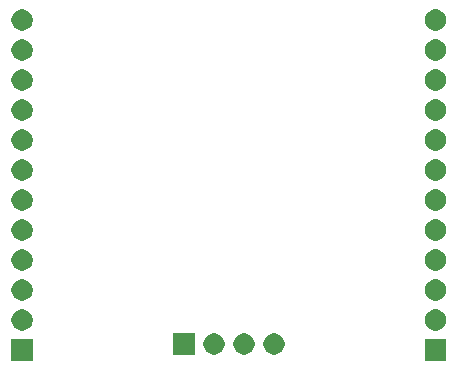
<source format=gbr>
G04 #@! TF.GenerationSoftware,KiCad,Pcbnew,5.1.5+dfsg1-2build2*
G04 #@! TF.CreationDate,2022-07-16T15:57:28-04:00*
G04 #@! TF.ProjectId,coco2_3134_64k_static_ram_board,636f636f-325f-4333-9133-345f36346b5f,rev?*
G04 #@! TF.SameCoordinates,Original*
G04 #@! TF.FileFunction,Soldermask,Top*
G04 #@! TF.FilePolarity,Negative*
%FSLAX46Y46*%
G04 Gerber Fmt 4.6, Leading zero omitted, Abs format (unit mm)*
G04 Created by KiCad (PCBNEW 5.1.5+dfsg1-2build2) date 2022-07-16 15:57:28*
%MOMM*%
%LPD*%
G04 APERTURE LIST*
%ADD10C,0.100000*%
G04 APERTURE END LIST*
D10*
G36*
X138401000Y-113401000D02*
G01*
X136599000Y-113401000D01*
X136599000Y-111599000D01*
X138401000Y-111599000D01*
X138401000Y-113401000D01*
G37*
G36*
X103401000Y-113401000D02*
G01*
X101599000Y-113401000D01*
X101599000Y-111599000D01*
X103401000Y-111599000D01*
X103401000Y-113401000D01*
G37*
G36*
X118853512Y-111103927D02*
G01*
X119002812Y-111133624D01*
X119166784Y-111201544D01*
X119314354Y-111300147D01*
X119439853Y-111425646D01*
X119538456Y-111573216D01*
X119606376Y-111737188D01*
X119641000Y-111911259D01*
X119641000Y-112088741D01*
X119606376Y-112262812D01*
X119538456Y-112426784D01*
X119439853Y-112574354D01*
X119314354Y-112699853D01*
X119166784Y-112798456D01*
X119002812Y-112866376D01*
X118853512Y-112896073D01*
X118828742Y-112901000D01*
X118651258Y-112901000D01*
X118626488Y-112896073D01*
X118477188Y-112866376D01*
X118313216Y-112798456D01*
X118165646Y-112699853D01*
X118040147Y-112574354D01*
X117941544Y-112426784D01*
X117873624Y-112262812D01*
X117839000Y-112088741D01*
X117839000Y-111911259D01*
X117873624Y-111737188D01*
X117941544Y-111573216D01*
X118040147Y-111425646D01*
X118165646Y-111300147D01*
X118313216Y-111201544D01*
X118477188Y-111133624D01*
X118626488Y-111103927D01*
X118651258Y-111099000D01*
X118828742Y-111099000D01*
X118853512Y-111103927D01*
G37*
G36*
X123933512Y-111103927D02*
G01*
X124082812Y-111133624D01*
X124246784Y-111201544D01*
X124394354Y-111300147D01*
X124519853Y-111425646D01*
X124618456Y-111573216D01*
X124686376Y-111737188D01*
X124721000Y-111911259D01*
X124721000Y-112088741D01*
X124686376Y-112262812D01*
X124618456Y-112426784D01*
X124519853Y-112574354D01*
X124394354Y-112699853D01*
X124246784Y-112798456D01*
X124082812Y-112866376D01*
X123933512Y-112896073D01*
X123908742Y-112901000D01*
X123731258Y-112901000D01*
X123706488Y-112896073D01*
X123557188Y-112866376D01*
X123393216Y-112798456D01*
X123245646Y-112699853D01*
X123120147Y-112574354D01*
X123021544Y-112426784D01*
X122953624Y-112262812D01*
X122919000Y-112088741D01*
X122919000Y-111911259D01*
X122953624Y-111737188D01*
X123021544Y-111573216D01*
X123120147Y-111425646D01*
X123245646Y-111300147D01*
X123393216Y-111201544D01*
X123557188Y-111133624D01*
X123706488Y-111103927D01*
X123731258Y-111099000D01*
X123908742Y-111099000D01*
X123933512Y-111103927D01*
G37*
G36*
X121393512Y-111103927D02*
G01*
X121542812Y-111133624D01*
X121706784Y-111201544D01*
X121854354Y-111300147D01*
X121979853Y-111425646D01*
X122078456Y-111573216D01*
X122146376Y-111737188D01*
X122181000Y-111911259D01*
X122181000Y-112088741D01*
X122146376Y-112262812D01*
X122078456Y-112426784D01*
X121979853Y-112574354D01*
X121854354Y-112699853D01*
X121706784Y-112798456D01*
X121542812Y-112866376D01*
X121393512Y-112896073D01*
X121368742Y-112901000D01*
X121191258Y-112901000D01*
X121166488Y-112896073D01*
X121017188Y-112866376D01*
X120853216Y-112798456D01*
X120705646Y-112699853D01*
X120580147Y-112574354D01*
X120481544Y-112426784D01*
X120413624Y-112262812D01*
X120379000Y-112088741D01*
X120379000Y-111911259D01*
X120413624Y-111737188D01*
X120481544Y-111573216D01*
X120580147Y-111425646D01*
X120705646Y-111300147D01*
X120853216Y-111201544D01*
X121017188Y-111133624D01*
X121166488Y-111103927D01*
X121191258Y-111099000D01*
X121368742Y-111099000D01*
X121393512Y-111103927D01*
G37*
G36*
X117101000Y-112901000D02*
G01*
X115299000Y-112901000D01*
X115299000Y-111099000D01*
X117101000Y-111099000D01*
X117101000Y-112901000D01*
G37*
G36*
X102613512Y-109063927D02*
G01*
X102762812Y-109093624D01*
X102926784Y-109161544D01*
X103074354Y-109260147D01*
X103199853Y-109385646D01*
X103298456Y-109533216D01*
X103366376Y-109697188D01*
X103401000Y-109871259D01*
X103401000Y-110048741D01*
X103366376Y-110222812D01*
X103298456Y-110386784D01*
X103199853Y-110534354D01*
X103074354Y-110659853D01*
X102926784Y-110758456D01*
X102762812Y-110826376D01*
X102613512Y-110856073D01*
X102588742Y-110861000D01*
X102411258Y-110861000D01*
X102386488Y-110856073D01*
X102237188Y-110826376D01*
X102073216Y-110758456D01*
X101925646Y-110659853D01*
X101800147Y-110534354D01*
X101701544Y-110386784D01*
X101633624Y-110222812D01*
X101599000Y-110048741D01*
X101599000Y-109871259D01*
X101633624Y-109697188D01*
X101701544Y-109533216D01*
X101800147Y-109385646D01*
X101925646Y-109260147D01*
X102073216Y-109161544D01*
X102237188Y-109093624D01*
X102386488Y-109063927D01*
X102411258Y-109059000D01*
X102588742Y-109059000D01*
X102613512Y-109063927D01*
G37*
G36*
X137613512Y-109063927D02*
G01*
X137762812Y-109093624D01*
X137926784Y-109161544D01*
X138074354Y-109260147D01*
X138199853Y-109385646D01*
X138298456Y-109533216D01*
X138366376Y-109697188D01*
X138401000Y-109871259D01*
X138401000Y-110048741D01*
X138366376Y-110222812D01*
X138298456Y-110386784D01*
X138199853Y-110534354D01*
X138074354Y-110659853D01*
X137926784Y-110758456D01*
X137762812Y-110826376D01*
X137613512Y-110856073D01*
X137588742Y-110861000D01*
X137411258Y-110861000D01*
X137386488Y-110856073D01*
X137237188Y-110826376D01*
X137073216Y-110758456D01*
X136925646Y-110659853D01*
X136800147Y-110534354D01*
X136701544Y-110386784D01*
X136633624Y-110222812D01*
X136599000Y-110048741D01*
X136599000Y-109871259D01*
X136633624Y-109697188D01*
X136701544Y-109533216D01*
X136800147Y-109385646D01*
X136925646Y-109260147D01*
X137073216Y-109161544D01*
X137237188Y-109093624D01*
X137386488Y-109063927D01*
X137411258Y-109059000D01*
X137588742Y-109059000D01*
X137613512Y-109063927D01*
G37*
G36*
X137613512Y-106523927D02*
G01*
X137762812Y-106553624D01*
X137926784Y-106621544D01*
X138074354Y-106720147D01*
X138199853Y-106845646D01*
X138298456Y-106993216D01*
X138366376Y-107157188D01*
X138401000Y-107331259D01*
X138401000Y-107508741D01*
X138366376Y-107682812D01*
X138298456Y-107846784D01*
X138199853Y-107994354D01*
X138074354Y-108119853D01*
X137926784Y-108218456D01*
X137762812Y-108286376D01*
X137613512Y-108316073D01*
X137588742Y-108321000D01*
X137411258Y-108321000D01*
X137386488Y-108316073D01*
X137237188Y-108286376D01*
X137073216Y-108218456D01*
X136925646Y-108119853D01*
X136800147Y-107994354D01*
X136701544Y-107846784D01*
X136633624Y-107682812D01*
X136599000Y-107508741D01*
X136599000Y-107331259D01*
X136633624Y-107157188D01*
X136701544Y-106993216D01*
X136800147Y-106845646D01*
X136925646Y-106720147D01*
X137073216Y-106621544D01*
X137237188Y-106553624D01*
X137386488Y-106523927D01*
X137411258Y-106519000D01*
X137588742Y-106519000D01*
X137613512Y-106523927D01*
G37*
G36*
X102613512Y-106523927D02*
G01*
X102762812Y-106553624D01*
X102926784Y-106621544D01*
X103074354Y-106720147D01*
X103199853Y-106845646D01*
X103298456Y-106993216D01*
X103366376Y-107157188D01*
X103401000Y-107331259D01*
X103401000Y-107508741D01*
X103366376Y-107682812D01*
X103298456Y-107846784D01*
X103199853Y-107994354D01*
X103074354Y-108119853D01*
X102926784Y-108218456D01*
X102762812Y-108286376D01*
X102613512Y-108316073D01*
X102588742Y-108321000D01*
X102411258Y-108321000D01*
X102386488Y-108316073D01*
X102237188Y-108286376D01*
X102073216Y-108218456D01*
X101925646Y-108119853D01*
X101800147Y-107994354D01*
X101701544Y-107846784D01*
X101633624Y-107682812D01*
X101599000Y-107508741D01*
X101599000Y-107331259D01*
X101633624Y-107157188D01*
X101701544Y-106993216D01*
X101800147Y-106845646D01*
X101925646Y-106720147D01*
X102073216Y-106621544D01*
X102237188Y-106553624D01*
X102386488Y-106523927D01*
X102411258Y-106519000D01*
X102588742Y-106519000D01*
X102613512Y-106523927D01*
G37*
G36*
X102613512Y-103983927D02*
G01*
X102762812Y-104013624D01*
X102926784Y-104081544D01*
X103074354Y-104180147D01*
X103199853Y-104305646D01*
X103298456Y-104453216D01*
X103366376Y-104617188D01*
X103401000Y-104791259D01*
X103401000Y-104968741D01*
X103366376Y-105142812D01*
X103298456Y-105306784D01*
X103199853Y-105454354D01*
X103074354Y-105579853D01*
X102926784Y-105678456D01*
X102762812Y-105746376D01*
X102613512Y-105776073D01*
X102588742Y-105781000D01*
X102411258Y-105781000D01*
X102386488Y-105776073D01*
X102237188Y-105746376D01*
X102073216Y-105678456D01*
X101925646Y-105579853D01*
X101800147Y-105454354D01*
X101701544Y-105306784D01*
X101633624Y-105142812D01*
X101599000Y-104968741D01*
X101599000Y-104791259D01*
X101633624Y-104617188D01*
X101701544Y-104453216D01*
X101800147Y-104305646D01*
X101925646Y-104180147D01*
X102073216Y-104081544D01*
X102237188Y-104013624D01*
X102386488Y-103983927D01*
X102411258Y-103979000D01*
X102588742Y-103979000D01*
X102613512Y-103983927D01*
G37*
G36*
X137613512Y-103983927D02*
G01*
X137762812Y-104013624D01*
X137926784Y-104081544D01*
X138074354Y-104180147D01*
X138199853Y-104305646D01*
X138298456Y-104453216D01*
X138366376Y-104617188D01*
X138401000Y-104791259D01*
X138401000Y-104968741D01*
X138366376Y-105142812D01*
X138298456Y-105306784D01*
X138199853Y-105454354D01*
X138074354Y-105579853D01*
X137926784Y-105678456D01*
X137762812Y-105746376D01*
X137613512Y-105776073D01*
X137588742Y-105781000D01*
X137411258Y-105781000D01*
X137386488Y-105776073D01*
X137237188Y-105746376D01*
X137073216Y-105678456D01*
X136925646Y-105579853D01*
X136800147Y-105454354D01*
X136701544Y-105306784D01*
X136633624Y-105142812D01*
X136599000Y-104968741D01*
X136599000Y-104791259D01*
X136633624Y-104617188D01*
X136701544Y-104453216D01*
X136800147Y-104305646D01*
X136925646Y-104180147D01*
X137073216Y-104081544D01*
X137237188Y-104013624D01*
X137386488Y-103983927D01*
X137411258Y-103979000D01*
X137588742Y-103979000D01*
X137613512Y-103983927D01*
G37*
G36*
X102613512Y-101443927D02*
G01*
X102762812Y-101473624D01*
X102926784Y-101541544D01*
X103074354Y-101640147D01*
X103199853Y-101765646D01*
X103298456Y-101913216D01*
X103366376Y-102077188D01*
X103401000Y-102251259D01*
X103401000Y-102428741D01*
X103366376Y-102602812D01*
X103298456Y-102766784D01*
X103199853Y-102914354D01*
X103074354Y-103039853D01*
X102926784Y-103138456D01*
X102762812Y-103206376D01*
X102613512Y-103236073D01*
X102588742Y-103241000D01*
X102411258Y-103241000D01*
X102386488Y-103236073D01*
X102237188Y-103206376D01*
X102073216Y-103138456D01*
X101925646Y-103039853D01*
X101800147Y-102914354D01*
X101701544Y-102766784D01*
X101633624Y-102602812D01*
X101599000Y-102428741D01*
X101599000Y-102251259D01*
X101633624Y-102077188D01*
X101701544Y-101913216D01*
X101800147Y-101765646D01*
X101925646Y-101640147D01*
X102073216Y-101541544D01*
X102237188Y-101473624D01*
X102386488Y-101443927D01*
X102411258Y-101439000D01*
X102588742Y-101439000D01*
X102613512Y-101443927D01*
G37*
G36*
X137613512Y-101443927D02*
G01*
X137762812Y-101473624D01*
X137926784Y-101541544D01*
X138074354Y-101640147D01*
X138199853Y-101765646D01*
X138298456Y-101913216D01*
X138366376Y-102077188D01*
X138401000Y-102251259D01*
X138401000Y-102428741D01*
X138366376Y-102602812D01*
X138298456Y-102766784D01*
X138199853Y-102914354D01*
X138074354Y-103039853D01*
X137926784Y-103138456D01*
X137762812Y-103206376D01*
X137613512Y-103236073D01*
X137588742Y-103241000D01*
X137411258Y-103241000D01*
X137386488Y-103236073D01*
X137237188Y-103206376D01*
X137073216Y-103138456D01*
X136925646Y-103039853D01*
X136800147Y-102914354D01*
X136701544Y-102766784D01*
X136633624Y-102602812D01*
X136599000Y-102428741D01*
X136599000Y-102251259D01*
X136633624Y-102077188D01*
X136701544Y-101913216D01*
X136800147Y-101765646D01*
X136925646Y-101640147D01*
X137073216Y-101541544D01*
X137237188Y-101473624D01*
X137386488Y-101443927D01*
X137411258Y-101439000D01*
X137588742Y-101439000D01*
X137613512Y-101443927D01*
G37*
G36*
X102613512Y-98903927D02*
G01*
X102762812Y-98933624D01*
X102926784Y-99001544D01*
X103074354Y-99100147D01*
X103199853Y-99225646D01*
X103298456Y-99373216D01*
X103366376Y-99537188D01*
X103401000Y-99711259D01*
X103401000Y-99888741D01*
X103366376Y-100062812D01*
X103298456Y-100226784D01*
X103199853Y-100374354D01*
X103074354Y-100499853D01*
X102926784Y-100598456D01*
X102762812Y-100666376D01*
X102613512Y-100696073D01*
X102588742Y-100701000D01*
X102411258Y-100701000D01*
X102386488Y-100696073D01*
X102237188Y-100666376D01*
X102073216Y-100598456D01*
X101925646Y-100499853D01*
X101800147Y-100374354D01*
X101701544Y-100226784D01*
X101633624Y-100062812D01*
X101599000Y-99888741D01*
X101599000Y-99711259D01*
X101633624Y-99537188D01*
X101701544Y-99373216D01*
X101800147Y-99225646D01*
X101925646Y-99100147D01*
X102073216Y-99001544D01*
X102237188Y-98933624D01*
X102386488Y-98903927D01*
X102411258Y-98899000D01*
X102588742Y-98899000D01*
X102613512Y-98903927D01*
G37*
G36*
X137613512Y-98903927D02*
G01*
X137762812Y-98933624D01*
X137926784Y-99001544D01*
X138074354Y-99100147D01*
X138199853Y-99225646D01*
X138298456Y-99373216D01*
X138366376Y-99537188D01*
X138401000Y-99711259D01*
X138401000Y-99888741D01*
X138366376Y-100062812D01*
X138298456Y-100226784D01*
X138199853Y-100374354D01*
X138074354Y-100499853D01*
X137926784Y-100598456D01*
X137762812Y-100666376D01*
X137613512Y-100696073D01*
X137588742Y-100701000D01*
X137411258Y-100701000D01*
X137386488Y-100696073D01*
X137237188Y-100666376D01*
X137073216Y-100598456D01*
X136925646Y-100499853D01*
X136800147Y-100374354D01*
X136701544Y-100226784D01*
X136633624Y-100062812D01*
X136599000Y-99888741D01*
X136599000Y-99711259D01*
X136633624Y-99537188D01*
X136701544Y-99373216D01*
X136800147Y-99225646D01*
X136925646Y-99100147D01*
X137073216Y-99001544D01*
X137237188Y-98933624D01*
X137386488Y-98903927D01*
X137411258Y-98899000D01*
X137588742Y-98899000D01*
X137613512Y-98903927D01*
G37*
G36*
X102613512Y-96363927D02*
G01*
X102762812Y-96393624D01*
X102926784Y-96461544D01*
X103074354Y-96560147D01*
X103199853Y-96685646D01*
X103298456Y-96833216D01*
X103366376Y-96997188D01*
X103401000Y-97171259D01*
X103401000Y-97348741D01*
X103366376Y-97522812D01*
X103298456Y-97686784D01*
X103199853Y-97834354D01*
X103074354Y-97959853D01*
X102926784Y-98058456D01*
X102762812Y-98126376D01*
X102613512Y-98156073D01*
X102588742Y-98161000D01*
X102411258Y-98161000D01*
X102386488Y-98156073D01*
X102237188Y-98126376D01*
X102073216Y-98058456D01*
X101925646Y-97959853D01*
X101800147Y-97834354D01*
X101701544Y-97686784D01*
X101633624Y-97522812D01*
X101599000Y-97348741D01*
X101599000Y-97171259D01*
X101633624Y-96997188D01*
X101701544Y-96833216D01*
X101800147Y-96685646D01*
X101925646Y-96560147D01*
X102073216Y-96461544D01*
X102237188Y-96393624D01*
X102386488Y-96363927D01*
X102411258Y-96359000D01*
X102588742Y-96359000D01*
X102613512Y-96363927D01*
G37*
G36*
X137613512Y-96363927D02*
G01*
X137762812Y-96393624D01*
X137926784Y-96461544D01*
X138074354Y-96560147D01*
X138199853Y-96685646D01*
X138298456Y-96833216D01*
X138366376Y-96997188D01*
X138401000Y-97171259D01*
X138401000Y-97348741D01*
X138366376Y-97522812D01*
X138298456Y-97686784D01*
X138199853Y-97834354D01*
X138074354Y-97959853D01*
X137926784Y-98058456D01*
X137762812Y-98126376D01*
X137613512Y-98156073D01*
X137588742Y-98161000D01*
X137411258Y-98161000D01*
X137386488Y-98156073D01*
X137237188Y-98126376D01*
X137073216Y-98058456D01*
X136925646Y-97959853D01*
X136800147Y-97834354D01*
X136701544Y-97686784D01*
X136633624Y-97522812D01*
X136599000Y-97348741D01*
X136599000Y-97171259D01*
X136633624Y-96997188D01*
X136701544Y-96833216D01*
X136800147Y-96685646D01*
X136925646Y-96560147D01*
X137073216Y-96461544D01*
X137237188Y-96393624D01*
X137386488Y-96363927D01*
X137411258Y-96359000D01*
X137588742Y-96359000D01*
X137613512Y-96363927D01*
G37*
G36*
X102613512Y-93823927D02*
G01*
X102762812Y-93853624D01*
X102926784Y-93921544D01*
X103074354Y-94020147D01*
X103199853Y-94145646D01*
X103298456Y-94293216D01*
X103366376Y-94457188D01*
X103401000Y-94631259D01*
X103401000Y-94808741D01*
X103366376Y-94982812D01*
X103298456Y-95146784D01*
X103199853Y-95294354D01*
X103074354Y-95419853D01*
X102926784Y-95518456D01*
X102762812Y-95586376D01*
X102613512Y-95616073D01*
X102588742Y-95621000D01*
X102411258Y-95621000D01*
X102386488Y-95616073D01*
X102237188Y-95586376D01*
X102073216Y-95518456D01*
X101925646Y-95419853D01*
X101800147Y-95294354D01*
X101701544Y-95146784D01*
X101633624Y-94982812D01*
X101599000Y-94808741D01*
X101599000Y-94631259D01*
X101633624Y-94457188D01*
X101701544Y-94293216D01*
X101800147Y-94145646D01*
X101925646Y-94020147D01*
X102073216Y-93921544D01*
X102237188Y-93853624D01*
X102386488Y-93823927D01*
X102411258Y-93819000D01*
X102588742Y-93819000D01*
X102613512Y-93823927D01*
G37*
G36*
X137613512Y-93823927D02*
G01*
X137762812Y-93853624D01*
X137926784Y-93921544D01*
X138074354Y-94020147D01*
X138199853Y-94145646D01*
X138298456Y-94293216D01*
X138366376Y-94457188D01*
X138401000Y-94631259D01*
X138401000Y-94808741D01*
X138366376Y-94982812D01*
X138298456Y-95146784D01*
X138199853Y-95294354D01*
X138074354Y-95419853D01*
X137926784Y-95518456D01*
X137762812Y-95586376D01*
X137613512Y-95616073D01*
X137588742Y-95621000D01*
X137411258Y-95621000D01*
X137386488Y-95616073D01*
X137237188Y-95586376D01*
X137073216Y-95518456D01*
X136925646Y-95419853D01*
X136800147Y-95294354D01*
X136701544Y-95146784D01*
X136633624Y-94982812D01*
X136599000Y-94808741D01*
X136599000Y-94631259D01*
X136633624Y-94457188D01*
X136701544Y-94293216D01*
X136800147Y-94145646D01*
X136925646Y-94020147D01*
X137073216Y-93921544D01*
X137237188Y-93853624D01*
X137386488Y-93823927D01*
X137411258Y-93819000D01*
X137588742Y-93819000D01*
X137613512Y-93823927D01*
G37*
G36*
X102613512Y-91283927D02*
G01*
X102762812Y-91313624D01*
X102926784Y-91381544D01*
X103074354Y-91480147D01*
X103199853Y-91605646D01*
X103298456Y-91753216D01*
X103366376Y-91917188D01*
X103401000Y-92091259D01*
X103401000Y-92268741D01*
X103366376Y-92442812D01*
X103298456Y-92606784D01*
X103199853Y-92754354D01*
X103074354Y-92879853D01*
X102926784Y-92978456D01*
X102762812Y-93046376D01*
X102613512Y-93076073D01*
X102588742Y-93081000D01*
X102411258Y-93081000D01*
X102386488Y-93076073D01*
X102237188Y-93046376D01*
X102073216Y-92978456D01*
X101925646Y-92879853D01*
X101800147Y-92754354D01*
X101701544Y-92606784D01*
X101633624Y-92442812D01*
X101599000Y-92268741D01*
X101599000Y-92091259D01*
X101633624Y-91917188D01*
X101701544Y-91753216D01*
X101800147Y-91605646D01*
X101925646Y-91480147D01*
X102073216Y-91381544D01*
X102237188Y-91313624D01*
X102386488Y-91283927D01*
X102411258Y-91279000D01*
X102588742Y-91279000D01*
X102613512Y-91283927D01*
G37*
G36*
X137613512Y-91283927D02*
G01*
X137762812Y-91313624D01*
X137926784Y-91381544D01*
X138074354Y-91480147D01*
X138199853Y-91605646D01*
X138298456Y-91753216D01*
X138366376Y-91917188D01*
X138401000Y-92091259D01*
X138401000Y-92268741D01*
X138366376Y-92442812D01*
X138298456Y-92606784D01*
X138199853Y-92754354D01*
X138074354Y-92879853D01*
X137926784Y-92978456D01*
X137762812Y-93046376D01*
X137613512Y-93076073D01*
X137588742Y-93081000D01*
X137411258Y-93081000D01*
X137386488Y-93076073D01*
X137237188Y-93046376D01*
X137073216Y-92978456D01*
X136925646Y-92879853D01*
X136800147Y-92754354D01*
X136701544Y-92606784D01*
X136633624Y-92442812D01*
X136599000Y-92268741D01*
X136599000Y-92091259D01*
X136633624Y-91917188D01*
X136701544Y-91753216D01*
X136800147Y-91605646D01*
X136925646Y-91480147D01*
X137073216Y-91381544D01*
X137237188Y-91313624D01*
X137386488Y-91283927D01*
X137411258Y-91279000D01*
X137588742Y-91279000D01*
X137613512Y-91283927D01*
G37*
G36*
X137613512Y-88743927D02*
G01*
X137762812Y-88773624D01*
X137926784Y-88841544D01*
X138074354Y-88940147D01*
X138199853Y-89065646D01*
X138298456Y-89213216D01*
X138366376Y-89377188D01*
X138401000Y-89551259D01*
X138401000Y-89728741D01*
X138366376Y-89902812D01*
X138298456Y-90066784D01*
X138199853Y-90214354D01*
X138074354Y-90339853D01*
X137926784Y-90438456D01*
X137762812Y-90506376D01*
X137613512Y-90536073D01*
X137588742Y-90541000D01*
X137411258Y-90541000D01*
X137386488Y-90536073D01*
X137237188Y-90506376D01*
X137073216Y-90438456D01*
X136925646Y-90339853D01*
X136800147Y-90214354D01*
X136701544Y-90066784D01*
X136633624Y-89902812D01*
X136599000Y-89728741D01*
X136599000Y-89551259D01*
X136633624Y-89377188D01*
X136701544Y-89213216D01*
X136800147Y-89065646D01*
X136925646Y-88940147D01*
X137073216Y-88841544D01*
X137237188Y-88773624D01*
X137386488Y-88743927D01*
X137411258Y-88739000D01*
X137588742Y-88739000D01*
X137613512Y-88743927D01*
G37*
G36*
X102613512Y-88743927D02*
G01*
X102762812Y-88773624D01*
X102926784Y-88841544D01*
X103074354Y-88940147D01*
X103199853Y-89065646D01*
X103298456Y-89213216D01*
X103366376Y-89377188D01*
X103401000Y-89551259D01*
X103401000Y-89728741D01*
X103366376Y-89902812D01*
X103298456Y-90066784D01*
X103199853Y-90214354D01*
X103074354Y-90339853D01*
X102926784Y-90438456D01*
X102762812Y-90506376D01*
X102613512Y-90536073D01*
X102588742Y-90541000D01*
X102411258Y-90541000D01*
X102386488Y-90536073D01*
X102237188Y-90506376D01*
X102073216Y-90438456D01*
X101925646Y-90339853D01*
X101800147Y-90214354D01*
X101701544Y-90066784D01*
X101633624Y-89902812D01*
X101599000Y-89728741D01*
X101599000Y-89551259D01*
X101633624Y-89377188D01*
X101701544Y-89213216D01*
X101800147Y-89065646D01*
X101925646Y-88940147D01*
X102073216Y-88841544D01*
X102237188Y-88773624D01*
X102386488Y-88743927D01*
X102411258Y-88739000D01*
X102588742Y-88739000D01*
X102613512Y-88743927D01*
G37*
G36*
X102613512Y-86203927D02*
G01*
X102762812Y-86233624D01*
X102926784Y-86301544D01*
X103074354Y-86400147D01*
X103199853Y-86525646D01*
X103298456Y-86673216D01*
X103366376Y-86837188D01*
X103401000Y-87011259D01*
X103401000Y-87188741D01*
X103366376Y-87362812D01*
X103298456Y-87526784D01*
X103199853Y-87674354D01*
X103074354Y-87799853D01*
X102926784Y-87898456D01*
X102762812Y-87966376D01*
X102613512Y-87996073D01*
X102588742Y-88001000D01*
X102411258Y-88001000D01*
X102386488Y-87996073D01*
X102237188Y-87966376D01*
X102073216Y-87898456D01*
X101925646Y-87799853D01*
X101800147Y-87674354D01*
X101701544Y-87526784D01*
X101633624Y-87362812D01*
X101599000Y-87188741D01*
X101599000Y-87011259D01*
X101633624Y-86837188D01*
X101701544Y-86673216D01*
X101800147Y-86525646D01*
X101925646Y-86400147D01*
X102073216Y-86301544D01*
X102237188Y-86233624D01*
X102386488Y-86203927D01*
X102411258Y-86199000D01*
X102588742Y-86199000D01*
X102613512Y-86203927D01*
G37*
G36*
X137613512Y-86203927D02*
G01*
X137762812Y-86233624D01*
X137926784Y-86301544D01*
X138074354Y-86400147D01*
X138199853Y-86525646D01*
X138298456Y-86673216D01*
X138366376Y-86837188D01*
X138401000Y-87011259D01*
X138401000Y-87188741D01*
X138366376Y-87362812D01*
X138298456Y-87526784D01*
X138199853Y-87674354D01*
X138074354Y-87799853D01*
X137926784Y-87898456D01*
X137762812Y-87966376D01*
X137613512Y-87996073D01*
X137588742Y-88001000D01*
X137411258Y-88001000D01*
X137386488Y-87996073D01*
X137237188Y-87966376D01*
X137073216Y-87898456D01*
X136925646Y-87799853D01*
X136800147Y-87674354D01*
X136701544Y-87526784D01*
X136633624Y-87362812D01*
X136599000Y-87188741D01*
X136599000Y-87011259D01*
X136633624Y-86837188D01*
X136701544Y-86673216D01*
X136800147Y-86525646D01*
X136925646Y-86400147D01*
X137073216Y-86301544D01*
X137237188Y-86233624D01*
X137386488Y-86203927D01*
X137411258Y-86199000D01*
X137588742Y-86199000D01*
X137613512Y-86203927D01*
G37*
G36*
X137613512Y-83663927D02*
G01*
X137762812Y-83693624D01*
X137926784Y-83761544D01*
X138074354Y-83860147D01*
X138199853Y-83985646D01*
X138298456Y-84133216D01*
X138366376Y-84297188D01*
X138401000Y-84471259D01*
X138401000Y-84648741D01*
X138366376Y-84822812D01*
X138298456Y-84986784D01*
X138199853Y-85134354D01*
X138074354Y-85259853D01*
X137926784Y-85358456D01*
X137762812Y-85426376D01*
X137613512Y-85456073D01*
X137588742Y-85461000D01*
X137411258Y-85461000D01*
X137386488Y-85456073D01*
X137237188Y-85426376D01*
X137073216Y-85358456D01*
X136925646Y-85259853D01*
X136800147Y-85134354D01*
X136701544Y-84986784D01*
X136633624Y-84822812D01*
X136599000Y-84648741D01*
X136599000Y-84471259D01*
X136633624Y-84297188D01*
X136701544Y-84133216D01*
X136800147Y-83985646D01*
X136925646Y-83860147D01*
X137073216Y-83761544D01*
X137237188Y-83693624D01*
X137386488Y-83663927D01*
X137411258Y-83659000D01*
X137588742Y-83659000D01*
X137613512Y-83663927D01*
G37*
G36*
X102613512Y-83663927D02*
G01*
X102762812Y-83693624D01*
X102926784Y-83761544D01*
X103074354Y-83860147D01*
X103199853Y-83985646D01*
X103298456Y-84133216D01*
X103366376Y-84297188D01*
X103401000Y-84471259D01*
X103401000Y-84648741D01*
X103366376Y-84822812D01*
X103298456Y-84986784D01*
X103199853Y-85134354D01*
X103074354Y-85259853D01*
X102926784Y-85358456D01*
X102762812Y-85426376D01*
X102613512Y-85456073D01*
X102588742Y-85461000D01*
X102411258Y-85461000D01*
X102386488Y-85456073D01*
X102237188Y-85426376D01*
X102073216Y-85358456D01*
X101925646Y-85259853D01*
X101800147Y-85134354D01*
X101701544Y-84986784D01*
X101633624Y-84822812D01*
X101599000Y-84648741D01*
X101599000Y-84471259D01*
X101633624Y-84297188D01*
X101701544Y-84133216D01*
X101800147Y-83985646D01*
X101925646Y-83860147D01*
X102073216Y-83761544D01*
X102237188Y-83693624D01*
X102386488Y-83663927D01*
X102411258Y-83659000D01*
X102588742Y-83659000D01*
X102613512Y-83663927D01*
G37*
M02*

</source>
